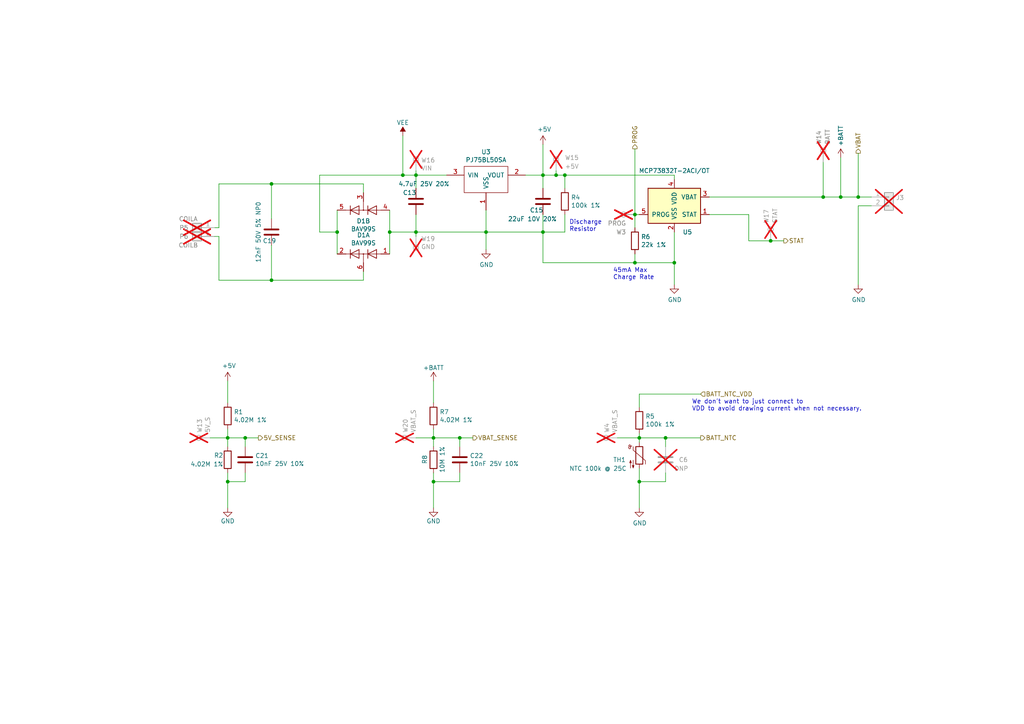
<source format=kicad_sch>
(kicad_sch (version 20231120) (generator "eeschema") (generator_version "8.0")
  (paper "A4")
  (title_block (title "Pixels D6 Schematic, Main") (date "2022-08-26") (rev "3") (company "Systemic Games, LLC") (comment 1 "Wireless Charging"))
  (lib_symbols
    (symbol "Connector_Generic:Conn_01x01" (pin_names (offset 1.016) hide)
      (property "Reference" "J" (at 0 2.54 0))
      (property "Value" "Conn_01x01" (at 0 -2.54 0))
      (symbol "Conn_01x01_1_1"
        (rectangle (start -1.27 0.127) (end 0 -0.127) (stroke (width 0.1524)))
        (rectangle (start -1.27 1.27) (end 1.27 -1.27) (stroke (width 0.254)) (fill (type background)))
        (pin passive line (at -5.08 0 0) (length 3.81) (name "Pin_1") (number "1"))
      )
    )
    (symbol "Connector_Generic:Conn_01x02" (pin_names (offset 1.016) hide)
      (property "Reference" "J" (at 0 2.54 0))
      (property "Value" "Conn_01x02" (at 0 -5.08 0))
      (symbol "Conn_01x02_1_1"
        (rectangle (start -1.27 -2.413) (end 0 -2.667) (stroke (width 0.1524)))
        (rectangle (start -1.27 0.127) (end 0 -0.127) (stroke (width 0.1524)))
        (rectangle (start -1.27 1.27) (end 1.27 -3.81) (stroke (width 0.254)) (fill (type background)))
        (pin passive line (at -5.08 0 0) (length 3.81) (name "Pin_1") (number "1"))
        (pin passive line (at -5.08 -2.54 0) (length 3.81) (name "Pin_2") (number "2"))
      )
    )
    (symbol "Device:C" (pin_numbers hide) (pin_names (offset 0.254))
      (property "Reference" "C" (at 0.635 2.54 0))
      (property "Value" "C" (at 0.635 -2.54 0))
      (symbol "C_0_1"
        (polyline (pts (xy -2.032 -0.762) (xy 2.032 -0.762)) (stroke (width 0.508)))
        (polyline (pts (xy -2.032 0.762) (xy 2.032 0.762)) (stroke (width 0.508)))
      )
      (symbol "C_1_1"
        (pin passive line (at 0 3.81 270) (length 2.794) (name "~") (number "1"))
        (pin passive line (at 0 -3.81 90) (length 2.794) (name "~") (number "2"))
      )
    )
    (symbol "Device:R" (pin_numbers hide) (pin_names (offset 0))
      (property "Reference" "R" (at 2.032 0 90))
      (property "Value" "R" (at 0 0 90))
      (symbol "R_0_1"
        (rectangle (start -1.016 -2.54) (end 1.016 2.54) (stroke (width 0.254)))
      )
      (symbol "R_1_1"
        (pin passive line (at 0 3.81 270) (length 1.27) (name "~") (number "1"))
        (pin passive line (at 0 -3.81 90) (length 1.27) (name "~") (number "2"))
      )
    )
    (symbol "Device:Thermistor_NTC" (pin_numbers hide) (pin_names (offset 0))
      (property "Reference" "TH" (at -4.445 0 90))
      (property "Value" "Thermistor_NTC" (at 3.175 0 90))
      (symbol "Thermistor_NTC_0_1"
        (arc (start -3.048 2.159) (mid -3.0495 2.3143) (end -3.175 2.413))
        (arc (start -3.048 2.159) (mid -2.9736 1.9794) (end -2.794 1.905))
        (arc (start -3.048 2.794) (mid -2.9736 2.6144) (end -2.794 2.54))
        (arc (start -2.794 1.905) (mid -2.6144 1.9794) (end -2.54 2.159))
        (arc (start -2.794 2.54) (mid -2.4393 2.5587) (end -2.159 2.794))
        (arc (start -2.794 3.048) (mid -2.9736 2.9736) (end -3.048 2.794))
        (arc (start -2.54 2.794) (mid -2.6144 2.9736) (end -2.794 3.048))
        (rectangle (start -1.016 2.54) (end 1.016 -2.54) (stroke (width 0.254)))
        (polyline (pts (xy -2.54 2.159) (xy -2.54 2.794)))
        (polyline (pts (xy -1.778 2.54) (xy -1.778 1.524) (xy 1.778 -1.524) (xy 1.778 -2.54)))
        (polyline (pts (xy -2.54 -3.683) (xy -2.54 -1.397) (xy -2.794 -2.159) (xy -2.286 -2.159) (xy -2.54 -1.397) (xy -2.54 -1.651)) (fill (type outline)))
        (polyline (pts (xy -1.778 -1.397) (xy -1.778 -3.683) (xy -2.032 -2.921) (xy -1.524 -2.921) (xy -1.778 -3.683) (xy -1.778 -3.429)) (fill (type outline)))
      )
      (symbol "Thermistor_NTC_1_1"
        (pin passive line (at 0 3.81 270) (length 1.27) (name "~") (number "1"))
        (pin passive line (at 0 -3.81 90) (length 1.27) (name "~") (number "2"))
      )
    )
    (symbol "Pixels-dice:BAV99S-diode" (pin_names (offset 0.0254) hide)
      (property "Reference" "D" (at 0 2.54 0))
      (property "Value" "BAV99S-diode" (at 0 5.08 0))
      (symbol "BAV99S-diode_0_1"
        (polyline (pts (xy -5.08 0) (xy 5.08 0)))
        (polyline (pts (xy 0 0) (xy 0 -2.54)))
        (polyline (pts (xy -1.27 -1.27) (xy -1.27 1.27) (xy -1.27 1.27)) (stroke (width 0.2032)))
        (polyline (pts (xy 3.81 1.27) (xy 3.81 -1.27) (xy 3.81 -1.27)) (stroke (width 0.2032)))
        (polyline (pts (xy -3.81 1.27) (xy -1.27 0) (xy -3.81 -1.27) (xy -3.81 1.27) (xy -3.81 1.27) (xy -3.81 1.27)) (stroke (width 0.2032)))
        (polyline (pts (xy 1.27 1.27) (xy 3.81 0) (xy 1.27 -1.27) (xy 1.27 1.27) (xy 1.27 1.27) (xy 1.27 1.27)) (stroke (width 0.2032)))
        (circle (center 0 0) (radius 0.127))
      )
      (symbol "BAV99S-diode_1_1"
        (polyline (pts (xy 6.35 0) (xy 7.62 0)))
        (pin passive line (at -7.62 0 0) (length 2.54) (name "A1") (number "1"))
        (pin passive line (at 7.62 0 180) (length 2.54) (name "K2") (number "2"))
        (pin passive line (at 0 -5.08 90) (length 2.54) (name "K3A4") (number "6"))
      )
      (symbol "BAV99S-diode_2_1"
        (polyline (pts (xy 6.35 0) (xy 7.62 0)))
        (pin passive line (at 0 -5.08 90) (length 2.54) (name "K1A2") (number "3"))
        (pin passive line (at -7.62 0 0) (length 2.54) (name "A3") (number "4"))
        (pin passive line (at 7.62 0 180) (length 2.54) (name "K4") (number "5"))
      )
    )
    (symbol "Pixels-dice:HX6306P502MR" (pin_names (offset 1.016))
      (property "Reference" "U" (at 3.81 -6.35 0))
      (property "Value" "HX6306P502MR" (at 0 3.81 0))
      (symbol "HX6306P502MR_0_1"
        (rectangle (start -6.35 2.54) (end 6.35 -5.08))
      )
      (symbol "HX6306P502MR_1_1"
        (pin power_in line (at 0 -10.16 90) (length 5.08) (name "VSS") (number "1"))
        (pin power_out line (at 11.43 0 180) (length 5.08) (name "VOUT") (number "2"))
        (pin power_in line (at -11.43 0 0) (length 5.08) (name "VIN") (number "3"))
      )
    )
    (symbol "Pixels-dice:MCP73831-2-OT-battery_management" (pin_names (offset 1.016))
      (property "Reference" "U" (at -7.62 6.35 0))
      (property "Value" "MCP73831-2-OT-battery_management" (at 1.27 6.35 0))
      (symbol "MCP73831-2-OT-battery_management_0_1"
        (rectangle (start -7.62 5.08) (end 7.62 -5.08) (stroke (width 0.254)) (fill (type background)))
      )
      (symbol "MCP73831-2-OT-battery_management_1_1"
        (pin output line (at 10.16 -2.54 180) (length 2.54) (name "STAT") (number "1"))
        (pin power_in line (at 0 -7.62 90) (length 2.54) (name "VSS") (number "2"))
        (pin power_out line (at 10.16 2.54 180) (length 2.54) (name "VBAT") (number "3"))
        (pin power_in line (at 0 7.62 270) (length 2.54) (name "VDD") (number "4"))
        (pin input line (at -10.16 -2.54 0) (length 2.54) (name "PROG") (number "5"))
      )
    )
    (symbol "Pixels-dice:TEST_1P-conn" (pin_numbers hide) (pin_names (offset 0.762) hide) (in_bom no)
      (property "Reference" "W" (at 0 6.858 0))
      (property "Value" "TEST_1P-conn" (at 0 5.08 0))
      (symbol "TEST_1P-conn_0_1"
        (circle (center 0 3.302) (radius 0.762))
      )
      (symbol "TEST_1P-conn_1_1"
        (pin passive line (at 0 0 90) (length 2.54) (name "1") (number "1"))
      )
    )
    (symbol "TEST_1P-conn_1" (pin_numbers hide) (pin_names (offset 0.762) hide) (in_bom no)
      (property "Reference" "W" (at 0 6.858 0))
      (property "Value" "TEST_1P-conn_1" (at 0 5.08 0))
      (symbol "TEST_1P-conn_1_0_1"
        (circle (center 0 3.302) (radius 0.762))
      )
      (symbol "TEST_1P-conn_1_1_1"
        (pin passive line (at 0 0 90) (length 2.54) (name "1") (number "1"))
      )
    )
    (symbol "TEST_1P-conn_2" (pin_numbers hide) (pin_names (offset 0.762) hide) (in_bom no)
      (property "Reference" "W" (at 0 6.858 0))
      (property "Value" "TEST_1P-conn_2" (at 0 5.08 0))
      (symbol "TEST_1P-conn_2_0_1"
        (circle (center 0 3.302) (radius 0.762))
      )
      (symbol "TEST_1P-conn_2_1_1"
        (pin passive line (at 0 0 90) (length 2.54) (name "1") (number "1"))
      )
    )
    (symbol "TEST_1P-conn_3" (pin_numbers hide) (pin_names (offset 0.762) hide) (in_bom no)
      (property "Reference" "W" (at 0 6.858 0))
      (property "Value" "TEST_1P-conn_3" (at 0 5.08 0))
      (symbol "TEST_1P-conn_3_0_1"
        (circle (center 0 3.302) (radius 0.762))
      )
      (symbol "TEST_1P-conn_3_1_1"
        (pin passive line (at 0 0 90) (length 2.54) (name "1") (number "1"))
      )
    )
    (symbol "TEST_1P-conn_4" (pin_numbers hide) (pin_names (offset 0.762) hide) (in_bom no)
      (property "Reference" "W" (at 0 6.858 0))
      (property "Value" "TEST_1P-conn_4" (at 0 5.08 0))
      (symbol "TEST_1P-conn_4_0_1"
        (circle (center 0 3.302) (radius 0.762))
      )
      (symbol "TEST_1P-conn_4_1_1"
        (pin passive line (at 0 0 90) (length 2.54) (name "1") (number "1"))
      )
    )
    (symbol "TEST_1P-conn_5" (pin_numbers hide) (pin_names (offset 0.762) hide) (in_bom no)
      (property "Reference" "W" (at 0 6.858 0))
      (property "Value" "TEST_1P-conn_5" (at 0 5.08 0))
      (symbol "TEST_1P-conn_5_0_1"
        (circle (center 0 3.302) (radius 0.762))
      )
      (symbol "TEST_1P-conn_5_1_1"
        (pin passive line (at 0 0 90) (length 2.54) (name "1") (number "1"))
      )
    )
    (symbol "TEST_1P-conn_6" (pin_numbers hide) (pin_names (offset 0.762) hide) (in_bom no)
      (property "Reference" "W" (at 0 6.858 0))
      (property "Value" "TEST_1P-conn_6" (at 0 5.08 0))
      (symbol "TEST_1P-conn_6_0_1"
        (circle (center 0 3.302) (radius 0.762))
      )
      (symbol "TEST_1P-conn_6_1_1"
        (pin passive line (at 0 0 90) (length 2.54) (name "1") (number "1"))
      )
    )
    (symbol "TEST_1P-conn_7" (pin_numbers hide) (pin_names (offset 0.762) hide) (in_bom no)
      (property "Reference" "W" (at 0 6.858 0))
      (property "Value" "TEST_1P-conn_7" (at 0 5.08 0))
      (symbol "TEST_1P-conn_7_0_1"
        (circle (center 0 3.302) (radius 0.762))
      )
      (symbol "TEST_1P-conn_7_1_1"
        (pin passive line (at 0 0 90) (length 2.54) (name "1") (number "1"))
      )
    )
    (symbol "TEST_1P-conn_8" (pin_numbers hide) (pin_names (offset 0.762) hide) (in_bom no)
      (property "Reference" "W" (at 0 6.858 0))
      (property "Value" "TEST_1P-conn_8" (at 0 5.08 0))
      (symbol "TEST_1P-conn_8_0_1"
        (circle (center 0 3.302) (radius 0.762))
      )
      (symbol "TEST_1P-conn_8_1_1"
        (pin passive line (at 0 0 90) (length 2.54) (name "1") (number "1"))
      )
    )
    (symbol "power:+5V" (power) (pin_names (offset 0))
      (property "Value" "+5V" (at 0 3.556 0))
      (symbol "+5V_0_1"
        (polyline (pts (xy -0.762 1.27) (xy 0 2.54)))
        (polyline (pts (xy 0 0) (xy 0 2.54)))
        (polyline (pts (xy 0 2.54) (xy 0.762 1.27)))
      )
      (symbol "+5V_1_1"
        (pin power_in line (at 0 0 90) (length 0) hide (name "+5V") (number "1"))
      )
    )
    (symbol "power:+BATT" (power) (pin_names (offset 0))
      (property "Value" "+BATT" (at 0 3.556 0))
      (symbol "+BATT_0_1"
        (polyline (pts (xy -0.762 1.27) (xy 0 2.54)))
        (polyline (pts (xy 0 0) (xy 0 2.54)))
        (polyline (pts (xy 0 2.54) (xy 0.762 1.27)))
      )
      (symbol "+BATT_1_1"
        (pin power_in line (at 0 0 90) (length 0) hide (name "+BATT") (number "1"))
      )
    )
    (symbol "power:GND" (power) (pin_names (offset 0))
      (property "Value" "GND" (at 0 -3.81 0))
      (symbol "GND_0_1"
        (polyline (pts (xy 0 0) (xy 0 -1.27) (xy 1.27 -1.27) (xy 0 -2.54) (xy -1.27 -1.27) (xy 0 -1.27)))
      )
      (symbol "GND_1_1"
        (pin power_in line (at 0 0 270) (length 0) hide (name "GND") (number "1"))
      )
    )
    (symbol "power:VEE" (power) (pin_names (offset 0))
      (property "Value" "VEE" (at 0 3.81 0))
      (symbol "VEE_0_1"
        (polyline (pts (xy 0 0) (xy 0 2.54)))
        (polyline (pts (xy 0.762 1.27) (xy -0.762 1.27) (xy 0 2.54) (xy 0.762 1.27)) (fill (type outline)))
      )
      (symbol "VEE_1_1"
        (pin power_in line (at 0 0 90) (length 0) hide (name "VEE") (number "1"))
      )
    )
  )
  (junction (at 97.79 67.31))
  (junction (at 248.92 57.15))
  (junction (at 66.04 127))
  (junction (at 184.15 76.2))
  (junction (at 66.04 139.7))
  (junction (at 195.58 76.2))
  (junction (at 157.48 67.31))
  (junction (at 243.84 57.15))
  (junction (at 140.97 67.31))
  (junction (at 120.65 67.31))
  (junction (at 78.74 53.34))
  (junction (at 120.65 50.8))
  (junction (at 163.83 50.8))
  (junction (at 125.73 139.7))
  (junction (at 71.12 127))
  (junction (at 185.42 139.7))
  (junction (at 238.76 57.15))
  (junction (at 157.48 50.8))
  (junction (at 78.74 81.28))
  (junction (at 185.42 127))
  (junction (at 161.29 50.8))
  (junction (at 193.04 127))
  (junction (at 125.73 127))
  (junction (at 113.03 67.31))
  (junction (at 223.52 69.85))
  (junction (at 116.84 50.8))
  (junction (at 184.15 62.23))
  (junction (at 133.35 127))
  (wire (pts (xy 157.48 76.2) (xy 184.15 76.2)))
  (wire (pts (xy 78.74 81.28) (xy 63.5 81.28)))
  (wire (pts (xy 238.76 57.15) (xy 243.84 57.15)))
  (wire (pts (xy 133.35 139.7) (xy 125.73 139.7)))
  (wire (pts (xy 66.04 137.16) (xy 66.04 139.7)))
  (wire (pts (xy 157.48 67.31) (xy 157.48 76.2)))
  (wire (pts (xy 161.29 49.53) (xy 161.29 50.8)))
  (wire (pts (xy 205.74 57.15) (xy 238.76 57.15)))
  (wire (pts (xy 60.96 127) (xy 66.04 127)))
  (wire (pts (xy 185.42 118.11) (xy 185.42 114.3)))
  (wire (pts (xy 217.17 69.85) (xy 223.52 69.85)))
  (wire (pts (xy 66.04 116.84) (xy 66.04 110.49)))
  (wire (pts (xy 78.74 53.34) (xy 63.5 53.34)))
  (wire (pts (xy 248.92 44.45) (xy 248.92 57.15)))
  (wire (pts (xy 193.04 127) (xy 193.04 129.54)))
  (wire (pts (xy 157.48 41.91) (xy 157.48 50.8)))
  (wire (pts (xy 248.92 57.15) (xy 243.84 57.15)))
  (wire (pts (xy 63.5 81.28) (xy 63.5 68.58)))
  (wire (pts (xy 97.79 60.96) (xy 97.79 67.31)))
  (wire (pts (xy 133.35 127) (xy 137.16 127)))
  (wire (pts (xy 157.48 67.31) (xy 157.48 62.23)))
  (wire (pts (xy 163.83 62.23) (xy 163.83 67.31)))
  (wire (pts (xy 205.74 62.23) (xy 217.17 62.23)))
  (wire (pts (xy 238.76 46.99) (xy 238.76 57.15)))
  (wire (pts (xy 184.15 73.66) (xy 184.15 76.2)))
  (wire (pts (xy 66.04 124.46) (xy 66.04 127)))
  (wire (pts (xy 179.07 127) (xy 185.42 127)))
  (wire (pts (xy 63.5 66.04) (xy 62.23 66.04)))
  (wire (pts (xy 66.04 139.7) (xy 66.04 147.32)))
  (wire (pts (xy 185.42 125.73) (xy 185.42 127)))
  (wire (pts (xy 163.83 50.8) (xy 163.83 54.61)))
  (wire (pts (xy 161.29 50.8) (xy 163.83 50.8)))
  (wire (pts (xy 66.04 129.54) (xy 66.04 127)))
  (wire (pts (xy 63.5 53.34) (xy 63.5 66.04)))
  (wire (pts (xy 97.79 67.31) (xy 97.79 73.66)))
  (wire (pts (xy 185.42 127) (xy 193.04 127)))
  (wire (pts (xy 113.03 60.96) (xy 113.03 67.31)))
  (wire (pts (xy 140.97 67.31) (xy 157.48 67.31)))
  (wire (pts (xy 113.03 67.31) (xy 113.03 73.66)))
  (wire (pts (xy 193.04 139.7) (xy 185.42 139.7)))
  (wire (pts (xy 120.65 49.53) (xy 120.65 50.8)))
  (wire (pts (xy 133.35 137.16) (xy 133.35 139.7)))
  (wire (pts (xy 71.12 137.16) (xy 71.12 139.7)))
  (wire (pts (xy 185.42 127) (xy 185.42 128.27)))
  (wire (pts (xy 163.83 67.31) (xy 157.48 67.31)))
  (wire (pts (xy 66.04 127) (xy 71.12 127)))
  (wire (pts (xy 248.92 59.69) (xy 248.92 82.55)))
  (wire (pts (xy 193.04 137.16) (xy 193.04 139.7)))
  (wire (pts (xy 185.42 139.7) (xy 185.42 147.32)))
  (wire (pts (xy 105.41 78.74) (xy 105.41 81.28)))
  (wire (pts (xy 120.65 50.8) (xy 129.54 50.8)))
  (wire (pts (xy 120.65 50.8) (xy 120.65 54.61)))
  (wire (pts (xy 120.65 127) (xy 125.73 127)))
  (wire (pts (xy 140.97 67.31) (xy 140.97 72.39)))
  (wire (pts (xy 125.73 127) (xy 125.73 129.54)))
  (wire (pts (xy 125.73 110.49) (xy 125.73 116.84)))
  (wire (pts (xy 125.73 137.16) (xy 125.73 139.7)))
  (wire (pts (xy 243.84 45.72) (xy 243.84 57.15)))
  (wire (pts (xy 71.12 127) (xy 74.93 127)))
  (wire (pts (xy 78.74 71.12) (xy 78.74 81.28)))
  (wire (pts (xy 120.65 67.31) (xy 113.03 67.31)))
  (wire (pts (xy 195.58 52.07) (xy 195.58 50.8)))
  (wire (pts (xy 217.17 62.23) (xy 217.17 69.85)))
  (wire (pts (xy 71.12 129.54) (xy 71.12 127)))
  (wire (pts (xy 195.58 67.31) (xy 195.58 76.2)))
  (wire (pts (xy 152.4 50.8) (xy 157.48 50.8)))
  (wire (pts (xy 223.52 69.85) (xy 227.33 69.85)))
  (wire (pts (xy 157.48 50.8) (xy 157.48 54.61)))
  (wire (pts (xy 92.71 50.8) (xy 116.84 50.8)))
  (wire (pts (xy 140.97 60.96) (xy 140.97 67.31)))
  (wire (pts (xy 63.5 68.58) (xy 62.23 68.58)))
  (wire (pts (xy 78.74 53.34) (xy 105.41 53.34)))
  (wire (pts (xy 97.79 67.31) (xy 92.71 67.31)))
  (wire (pts (xy 133.35 127) (xy 133.35 129.54)))
  (wire (pts (xy 193.04 127) (xy 203.2 127)))
  (wire (pts (xy 71.12 139.7) (xy 66.04 139.7)))
  (wire (pts (xy 252.73 59.69) (xy 248.92 59.69)))
  (wire (pts (xy 185.42 62.23) (xy 184.15 62.23)))
  (wire (pts (xy 184.15 43.18) (xy 184.15 62.23)))
  (wire (pts (xy 120.65 68.58) (xy 120.65 67.31)))
  (wire (pts (xy 125.73 124.46) (xy 125.73 127)))
  (wire (pts (xy 185.42 114.3) (xy 203.2 114.3)))
  (wire (pts (xy 184.15 76.2) (xy 195.58 76.2)))
  (wire (pts (xy 125.73 127) (xy 133.35 127)))
  (wire (pts (xy 157.48 50.8) (xy 161.29 50.8)))
  (wire (pts (xy 92.71 67.31) (xy 92.71 50.8)))
  (wire (pts (xy 185.42 135.89) (xy 185.42 139.7)))
  (wire (pts (xy 252.73 57.15) (xy 248.92 57.15)))
  (wire (pts (xy 125.73 139.7) (xy 125.73 147.32)))
  (wire (pts (xy 116.84 39.37) (xy 116.84 50.8)))
  (wire (pts (xy 120.65 62.23) (xy 120.65 67.31)))
  (wire (pts (xy 120.65 67.31) (xy 140.97 67.31)))
  (wire (pts (xy 105.41 55.88) (xy 105.41 53.34)))
  (wire (pts (xy 184.15 62.23) (xy 184.15 66.04)))
  (wire (pts (xy 78.74 63.5) (xy 78.74 53.34)))
  (wire (pts (xy 195.58 76.2) (xy 195.58 82.55)))
  (wire (pts (xy 163.83 50.8) (xy 195.58 50.8)))
  (wire (pts (xy 116.84 50.8) (xy 120.65 50.8)))
  (wire (pts (xy 78.74 81.28) (xy 105.41 81.28)))
  (text "Discharge\nResistor" (at 165.1 67.31 0) (effects (font (size 1.27 1.27)) (justify left bottom)))
  (text "We don't want to just connect to\nVDD to avoid drawing current when not necessary." (at 200.66 119.38 0) (effects (font (size 1.27 1.27)) (justify left bottom)))
  (text "45mA Max\nCharge Rate" (at 177.8 81.28 0) (effects (font (size 1.27 1.27)) (justify left bottom)))
  (hierarchical_label "BATT_NTC" (shape output) (at 203.2 127 0))
  (hierarchical_label "VBAT" (shape output) (at 248.92 44.45 90))
  (hierarchical_label "PROG" (shape output) (at 184.15 43.18 90))
  (hierarchical_label "5V_SENSE" (shape output) (at 74.93 127 0))
  (hierarchical_label "STAT" (shape output) (at 227.33 69.85 0))
  (hierarchical_label "BATT_NTC_VDD" (shape input) (at 203.2 114.3 0))
  (hierarchical_label "VBAT_SENSE" (shape output) (at 137.16 127 0))
  (symbol (lib_id "Device:R") (at 185.42 121.92 0) (unit 1)
    (property "Reference" "R5" (at 187.198 120.7516 0) (effects (justify left)))
    (property "Value" "100k 1%" (at 187.198 123.063 0) (effects (justify left)))
    (property "Footprint" "Pixels-dice:R_0402_1005Metric" (effects (hide yes)))
    (property "Generic OK" "YES" (effects (hide yes)))
    (property "Pixels Part Number" "SMD-R006" (effects (hide yes)))
    (property "Manufacturer" "UNI-ROYAL(Uniroyal Elec)" (effects (hide yes)))
    (property "Manufacturer Part Number" "0402WGF1003TCE" (effects (hide yes)))
  )
  (symbol (lib_id "power:GND") (at 248.92 82.55 0) (unit 1)
    (property "Reference" "#PWR052" (effects (hide yes)))
    (property "Value" "GND" (at 249.047 86.9442 0))
  )
  (symbol (lib_id "Device:C") (at 120.65 58.42 0) (unit 1)
    (property "Reference" "C13" (at 116.84 55.88 0) (effects (justify left)))
    (property "Value" "4.7uF 25V 20%" (at 115.57 53.34 0) (effects (justify left)))
    (property "Footprint" "Capacitor_SMD:C_0603_1608Metric" (effects (hide yes)))
    (property "Generic OK" "YES" (effects (hide yes)))
    (property "Pixels Part Number" "SMD-C010" (effects (hide yes)))
    (property "Manufacturer" "Murata" (effects (hide yes)))
    (property "Manufacturer Part Number" "GRM188R61E475KE11D" (effects (hide yes)))
  )
  (symbol (lib_name "TEST_1P-conn_4") (lib_id "Pixels-dice:TEST_1P-conn") (at 120.65 49.53 0) (unit 1) (in_bom no) (dnp yes)
    (property "Reference" "W16" (at 122.1232 46.482 0) (effects (justify left)))
    (property "Value" "VIN" (at 122.1232 48.7934 0) (effects (justify left)))
    (property "Footprint" "Pixels-dice:TEST_PIN" (effects (hide yes)))
    (property "Generic OK" "N/A" (effects (hide yes)))
  )
  (symbol (lib_id "power:VEE") (at 116.84 39.37 0) (unit 1)
    (property "Reference" "#PWR032" (effects (hide yes)))
    (property "Value" "VEE" (at 116.84 35.56 0))
  )
  (symbol (lib_id "power:+5V") (at 66.04 110.49 0) (unit 1)
    (property "Reference" "#PWR057" (effects (hide yes)))
    (property "Value" "+5V" (at 66.421 106.0958 0))
  )
  (symbol (lib_id "Device:Thermistor_NTC") (at 185.42 132.08 0) (unit 1)
    (property "Reference" "TH1" (at 177.8 133.35 0) (effects (justify left)))
    (property "Value" "NTC 100k @ 25C" (at 165.1 135.89 0) (effects (justify left)))
    (property "Footprint" "Pixels-dice:R_0402_1005Metric" (effects (hide yes)))
    (property "Generic OK" "NO" (effects (hide yes)))
    (property "Manufacturer" "TDK" (effects (hide yes)))
    (property "Manufacturer Part Number" "NTCG104EF104FT1X" (effects (hide yes)))
  )
  (symbol (lib_name "TEST_1P-conn_5") (lib_id "Pixels-dice:TEST_1P-conn") (at 60.96 127 90) (unit 1) (in_bom no) (dnp yes)
    (property "Reference" "W13" (at 57.912 125.5268 0) (effects (justify left)))
    (property "Value" "5V_S" (at 60.2234 125.5268 0) (effects (justify left)))
    (property "Footprint" "Pixels-dice:TEST_PIN" (effects (hide yes)))
    (property "Generic OK" "N/A" (effects (hide yes)))
  )
  (symbol (lib_id "Device:C") (at 78.74 67.31 0) (unit 1)
    (property "Reference" "C19" (at 76.2 69.85 0) (effects (justify left)))
    (property "Value" "12nF 50V 5% NP0" (at 74.93 76.2 90) (effects (justify left)))
    (property "Footprint" "Capacitor_SMD:C_0805_2012Metric" (effects (hide yes)))
    (property "Generic OK" "YES" (effects (hide yes)))
    (property "Pixels Part Number" "SMD-C011" (effects (hide yes)))
    (property "Manufacturer" "Murata" (effects (hide yes)))
    (property "Manufacturer Part Number" "GRM2195C1H123JA01D" (effects (hide yes)))
  )
  (symbol (lib_id "Pixels-dice:TEST_1P-conn") (at 179.07 127 90) (unit 1) (in_bom no) (dnp yes)
    (property "Reference" "W4" (at 176.022 125.5268 0) (effects (justify left)))
    (property "Value" "VBAT_S" (at 178.3334 125.5268 0) (effects (justify left)))
    (property "Footprint" "Pixels-dice:TEST_PIN" (effects (hide yes)))
    (property "Generic OK" "N/A" (effects (hide yes)))
  )
  (symbol (lib_id "Device:R") (at 184.15 69.85 0) (unit 1)
    (property "Reference" "R6" (at 185.928 68.6816 0) (effects (justify left)))
    (property "Value" "22k 1%" (at 185.928 70.993 0) (effects (justify left)))
    (property "Footprint" "Resistor_SMD:R_0402_1005Metric" (effects (hide yes)))
    (property "Generic OK" "YES" (effects (hide yes)))
    (property "Pixels Part Number" "SMD-R002" (effects (hide yes)))
    (property "Manufacturer" "UNI-ROYAL(Uniroyal Elec)" (effects (hide yes)))
    (property "Manufacturer Part Number" "0402WGF2202TCE" (effects (hide yes)))
  )
  (symbol (lib_id "Device:R") (at 125.73 120.65 0) (unit 1)
    (property "Reference" "R7" (at 127.508 119.4816 0) (effects (justify left)))
    (property "Value" "4.02M 1%" (at 127.508 121.793 0) (effects (justify left)))
    (property "Footprint" "Resistor_SMD:R_0402_1005Metric" (effects (hide yes)))
    (property "Generic OK" "YES" (effects (hide yes)))
    (property "Pixels Part Number" "SMD-R003" (effects (hide yes)))
    (property "Manufacturer" "UNI-ROYAL(Uniroyal Elec)" (effects (hide yes)))
    (property "Manufacturer Part Number" "0402WGF4024TCE" (effects (hide yes)))
  )
  (symbol (lib_id "power:+BATT") (at 125.73 110.49 0) (unit 1)
    (property "Reference" "#PWR058" (effects (hide yes)))
    (property "Value" "+BATT" (at 125.73 106.68 0))
  )
  (symbol (lib_id "Device:R") (at 125.73 133.35 0) (unit 1)
    (property "Reference" "R8" (at 123.19 134.62 90) (effects (justify left)))
    (property "Value" "10M 1%" (at 128.27 137.16 90) (effects (justify left)))
    (property "Footprint" "Resistor_SMD:R_0402_1005Metric" (effects (hide yes)))
    (property "Generic OK" "YES" (effects (hide yes)))
    (property "Pixels Part Number" "SMD-R004" (effects (hide yes)))
    (property "Manufacturer" "UNI-ROYAL(Uniroyal Elec)" (effects (hide yes)))
    (property "Manufacturer Part Number" "0402WGF1005TCE" (effects (hide yes)))
  )
  (symbol (lib_id "Pixels-dice:MCP73831-2-OT-battery_management") (at 195.58 59.69 0) (unit 1)
    (property "Reference" "U5" (at 199.39 67.31 0))
    (property "Value" "MCP73832T-2ACI/OT" (at 195.58 49.53 0))
    (property "Footprint" "Package_TO_SOT_SMD:SOT-23-5" (effects (hide yes)))
    (property "Datasheet" "http://ww1.microchip.com/downloads/en/DeviceDoc/20001984g.pdf" (effects (hide yes)))
    (property "Generic OK" "NO" (effects (hide yes)))
    (property "Manufacturer" "Microchip" (effects (hide yes)))
    (property "Manufacturer Part Number" "MCP73832T-2ACI/OT" (effects (hide yes)))
    (property "Pixels Part Number" "SMD-U005" (effects (hide yes)))
  )
  (symbol (lib_id "Device:R") (at 66.04 120.65 0) (unit 1)
    (property "Reference" "R1" (at 67.818 119.4816 0) (effects (justify left)))
    (property "Value" "4.02M 1%" (at 67.818 121.793 0) (effects (justify left)))
    (property "Footprint" "Resistor_SMD:R_0402_1005Metric" (effects (hide yes)))
    (property "Generic OK" "YES" (effects (hide yes)))
    (property "Pixels Part Number" "SMD-R003" (effects (hide yes)))
    (property "Manufacturer" "UNI-ROYAL(Uniroyal Elec)" (effects (hide yes)))
    (property "Manufacturer Part Number" "0402WGF4024TCE" (effects (hide yes)))
  )
  (symbol (lib_id "Device:R") (at 163.83 58.42 0) (unit 1)
    (property "Reference" "R4" (at 165.608 57.2516 0) (effects (justify left)))
    (property "Value" "100k 1%" (at 165.608 59.563 0) (effects (justify left)))
    (property "Footprint" "Pixels-dice:R_0402_1005Metric" (effects (hide yes)))
    (property "Generic OK" "YES" (effects (hide yes)))
    (property "Pixels Part Number" "SMD-R006" (effects (hide yes)))
    (property "Manufacturer" "UNI-ROYAL(Uniroyal Elec)" (effects (hide yes)))
    (property "Manufacturer Part Number" "0402WGF1003TCE" (effects (hide yes)))
  )
  (symbol (lib_id "Device:R") (at 66.04 133.35 180) (unit 1)
    (property "Reference" "R2" (at 64.77 132.08 0) (effects (justify left)))
    (property "Value" "4.02M 1%" (at 64.77 134.62 0) (effects (justify left)))
    (property "Footprint" "Resistor_SMD:R_0402_1005Metric" (effects (hide yes)))
    (property "Generic OK" "YES" (effects (hide yes)))
    (property "Pixels Part Number" "SMD-R003" (effects (hide yes)))
    (property "Manufacturer" "UNI-ROYAL(Uniroyal Elec)" (effects (hide yes)))
    (property "Manufacturer Part Number" "0402WGF4024TCE" (effects (hide yes)))
  )
  (symbol (lib_id "power:GND") (at 125.73 147.32 0) (unit 1)
    (property "Reference" "#PWR060" (effects (hide yes)))
    (property "Value" "GND" (at 125.73 151.13 0))
  )
  (symbol (lib_id "power:+5V") (at 157.48 41.91 0) (unit 1)
    (property "Reference" "#PWR040" (effects (hide yes)))
    (property "Value" "+5V" (at 157.861 37.5158 0))
  )
  (symbol (lib_id "Device:C") (at 133.35 133.35 0) (unit 1)
    (property "Reference" "C22" (at 136.271 132.1816 0) (effects (justify left)))
    (property "Value" "10nF 25V 10%" (at 136.271 134.493 0) (effects (justify left)))
    (property "Footprint" "Capacitor_SMD:C_0402_1005Metric" (effects (hide yes)))
    (property "Generic OK" "YES" (effects (hide yes)))
    (property "Pixels Part Number" "SMD-C009" (effects (hide yes)))
    (property "Manufacturer" "Murata" (effects (hide yes)))
    (property "Manufacturer Part Number" "GRM155R71H103KA88" (effects (hide yes)))
  )
  (symbol (lib_name "TEST_1P-conn_8") (lib_id "Pixels-dice:TEST_1P-conn") (at 223.52 69.85 0) (unit 1) (in_bom no) (dnp yes)
    (property "Reference" "W17" (at 222.25 64.77 90) (effects (justify left)))
    (property "Value" "STAT" (at 224.79 64.77 90) (effects (justify left)))
    (property "Footprint" "Pixels-dice:TEST_PIN" (effects (hide yes)))
    (property "Generic OK" "N/A" (effects (hide yes)))
  )
  (symbol (lib_name "TEST_1P-conn_2") (lib_id "Pixels-dice:TEST_1P-conn") (at 184.15 62.23 90) (unit 1) (in_bom no) (dnp yes)
    (property "Reference" "W3" (at 181.61 67.31 90) (effects (justify left)))
    (property "Value" "PROG" (at 181.61 64.77 90) (effects (justify left)))
    (property "Footprint" "Pixels-dice:TEST_PIN" (effects (hide yes)))
    (property "Generic OK" "N/A" (effects (hide yes)))
  )
  (symbol (lib_id "power:GND") (at 195.58 82.55 0) (unit 1)
    (property "Reference" "#PWR051" (effects (hide yes)))
    (property "Value" "GND" (at 195.707 86.9442 0))
  )
  (symbol (lib_id "power:GND") (at 140.97 72.39 0) (unit 1)
    (property "Reference" "#PWR050" (effects (hide yes)))
    (property "Value" "GND" (at 141.097 76.7842 0))
  )
  (symbol (lib_id "power:+BATT") (at 243.84 45.72 0) (unit 1)
    (property "Reference" "#PWR041" (effects (hide yes)))
    (property "Value" "+BATT" (at 243.84 39.37 90))
  )
  (symbol (lib_id "Connector_Generic:Conn_01x02") (at 257.81 57.15 0) (unit 1) (in_bom no) (dnp yes)
    (property "Reference" "J3" (at 259.842 57.3532 0) (effects (justify left)))
    (property "Value" "Conn_01x02" (effects (hide yes)))
    (property "Footprint" "Pixels-dice:Hongjie 10100 Connector" (effects (hide yes)))
    (property "Generic OK" "N/A" (effects (hide yes)))
  )
  (symbol (lib_id "Device:C") (at 157.48 58.42 0) (unit 1)
    (property "Reference" "C15" (at 153.67 60.96 0) (effects (justify left)))
    (property "Value" "22uF 10V 20%" (at 147.32 63.5 0) (effects (justify left)))
    (property "Footprint" "Capacitor_SMD:C_0603_1608Metric" (effects (hide yes)))
    (property "Generic OK" "YES" (effects (hide yes)))
    (property "Pixels Part Number" "SMD-C002" (effects (hide yes)))
    (property "Manufacturer" "Murata" (effects (hide yes)))
    (property "Manufacturer Part Number" "GRM188R61A226ME15D" (effects (hide yes)))
  )
  (symbol (lib_name "TEST_1P-conn_3") (lib_id "Pixels-dice:TEST_1P-conn") (at 120.65 68.58 180) (unit 1) (in_bom no) (dnp yes)
    (property "Reference" "W19" (at 122.1232 69.2658 0) (effects (justify right)))
    (property "Value" "GND" (at 122.1232 71.5772 0) (effects (justify right)))
    (property "Footprint" "Pixels-dice:TEST_PIN" (effects (hide yes)))
    (property "Generic OK" "N/A" (effects (hide yes)))
  )
  (symbol (lib_name "TEST_1P-conn_7") (lib_id "Pixels-dice:TEST_1P-conn") (at 238.76 46.99 0) (unit 1) (in_bom no) (dnp yes)
    (property "Reference" "W14" (at 237.49 41.91 90) (effects (justify left)))
    (property "Value" "BATT" (at 240.03 41.91 90) (effects (justify left)))
    (property "Footprint" "Pixels-dice:TEST_PIN" (effects (hide yes)))
    (property "Generic OK" "N/A" (effects (hide yes)))
  )
  (symbol (lib_id "Connector_Generic:Conn_01x01") (at 57.15 68.58 180) (unit 1) (in_bom no) (dnp yes)
    (property "Reference" "P6" (at 53.34 68.58 0))
    (property "Value" "COILB" (at 54.61 71.12 0))
    (property "Footprint" "Pixels-dice:TestPoint_THTPad_D1.5mm_Drill0.7mm_nosilk" (effects (hide yes)))
    (property "Generic OK" "N/A" (effects (hide yes)))
  )
  (symbol (lib_id "Connector_Generic:Conn_01x01") (at 57.15 66.04 180) (unit 1) (in_bom no) (dnp yes)
    (property "Reference" "P5" (at 53.34 66.04 0))
    (property "Value" "COILA" (at 54.61 63.5 0))
    (property "Footprint" "Pixels-dice:TestPoint_THTPad_D1.5mm_Drill0.7mm_nosilk" (effects (hide yes)))
    (property "Generic OK" "N/A" (effects (hide yes)))
  )
  (symbol (lib_name "TEST_1P-conn_6") (lib_id "Pixels-dice:TEST_1P-conn") (at 120.65 127 90) (unit 1) (in_bom no) (dnp yes)
    (property "Reference" "W20" (at 117.602 125.5268 0) (effects (justify left)))
    (property "Value" "VBAT_S" (at 119.9134 125.5268 0) (effects (justify left)))
    (property "Footprint" "Pixels-dice:TEST_PIN" (effects (hide yes)))
    (property "Generic OK" "N/A" (effects (hide yes)))
  )
  (symbol (lib_id "Pixels-dice:HX6306P502MR") (at 140.97 50.8 0) (unit 1)
    (property "Reference" "U3" (at 140.97 44.069 0))
    (property "Value" "PJ75BL50SA" (at 140.97 46.3804 0))
    (property "Footprint" "Pixels-dice:SOT-23" (effects (hide yes)))
    (property "Manufacturer" "PJSEMI" (effects (hide yes)))
    (property "Manufacturer Part Number" "PJ75BL50SA" (effects (hide yes)))
    (property "Generic OK" "NO" (effects (hide yes)))
  )
  (symbol (lib_name "TEST_1P-conn_1") (lib_id "Pixels-dice:TEST_1P-conn") (at 161.29 49.53 0) (unit 1) (in_bom no) (dnp yes)
    (property "Reference" "W15" (at 163.83 45.72 0) (effects (justify left)))
    (property "Value" "+5V" (at 163.83 48.26 0) (effects (justify left)))
    (property "Footprint" "Pixels-dice:TEST_PIN" (effects (hide yes)))
    (property "Generic OK" "N/A" (effects (hide yes)))
  )
  (symbol (lib_id "power:GND") (at 185.42 147.32 0) (unit 1)
    (property "Reference" "#PWR0123" (effects (hide yes)))
    (property "Value" "GND" (at 185.547 151.7142 0))
  )
  (symbol (lib_id "Pixels-dice:BAV99S-diode") (at 105.41 60.96 180) (unit 2)
    (property "Reference" "D1" (at 105.41 64.1096 0))
    (property "Value" "BAV99S" (at 105.41 66.421 0))
    (property "Footprint" "Package_TO_SOT_SMD:SOT-363_SC-70-6" (effects (hide yes)))
    (property "Datasheet" "https://assets.nexperia.com/documents/data-sheet/BAV99_SER.pdf" (effects (hide yes)))
    (property "Generic OK" "YES" (effects (hide yes)))
    (property "Manufacturer" "Nexperia" (effects (hide yes)))
    (property "Manufacturer Part Number" "BAV99S,115" (effects (hide yes)))
    (property "Pixels Part Number" "SMD-D001" (effects (hide yes)))
  )
  (symbol (lib_id "power:GND") (at 66.04 147.32 0) (unit 1)
    (property "Reference" "#PWR059" (effects (hide yes)))
    (property "Value" "GND" (at 66.04 151.13 0))
  )
  (symbol (lib_id "Pixels-dice:BAV99S-diode") (at 105.41 73.66 0) (mirror y) (unit 1)
    (property "Reference" "D1" (at 105.41 68.1736 0))
    (property "Value" "BAV99S" (at 105.41 70.485 0))
    (property "Footprint" "Package_TO_SOT_SMD:SOT-363_SC-70-6" (effects (hide yes)))
    (property "Datasheet" "https://assets.nexperia.com/documents/data-sheet/BAV99_SER.pdf" (effects (hide yes)))
    (property "Generic OK" "YES" (effects (hide yes)))
    (property "Manufacturer" "Nexperia" (effects (hide yes)))
    (property "Manufacturer Part Number" "BAV99S,115" (effects (hide yes)))
    (property "Pixels Part Number" "SMD-D001" (effects (hide yes)))
  )
  (symbol (lib_id "Device:C") (at 193.04 133.35 0) (unit 1) (dnp yes)
    (property "Reference" "C6" (at 196.85 133.35 0) (effects (justify left)))
    (property "Value" "DNP" (at 195.58 135.89 0) (effects (justify left)))
    (property "Footprint" "Pixels-dice:C_0402_1005Metric" (effects (hide yes)))
    (property "Generic OK" "YES" (effects (hide yes)))
  )
  (symbol (lib_id "Device:C") (at 71.12 133.35 0) (unit 1)
    (property "Reference" "C21" (at 74.041 132.1816 0) (effects (justify left)))
    (property "Value" "10nF 25V 10%" (at 74.041 134.493 0) (effects (justify left)))
    (property "Footprint" "Capacitor_SMD:C_0402_1005Metric" (effects (hide yes)))
    (property "Generic OK" "YES" (effects (hide yes)))
    (property "Pixels Part Number" "SMD-C009" (effects (hide yes)))
    (property "Manufacturer" "Murata" (effects (hide yes)))
    (property "Manufacturer Part Number" "GRM155R71H103KA88" (effects (hide yes)))
  )
)
</source>
